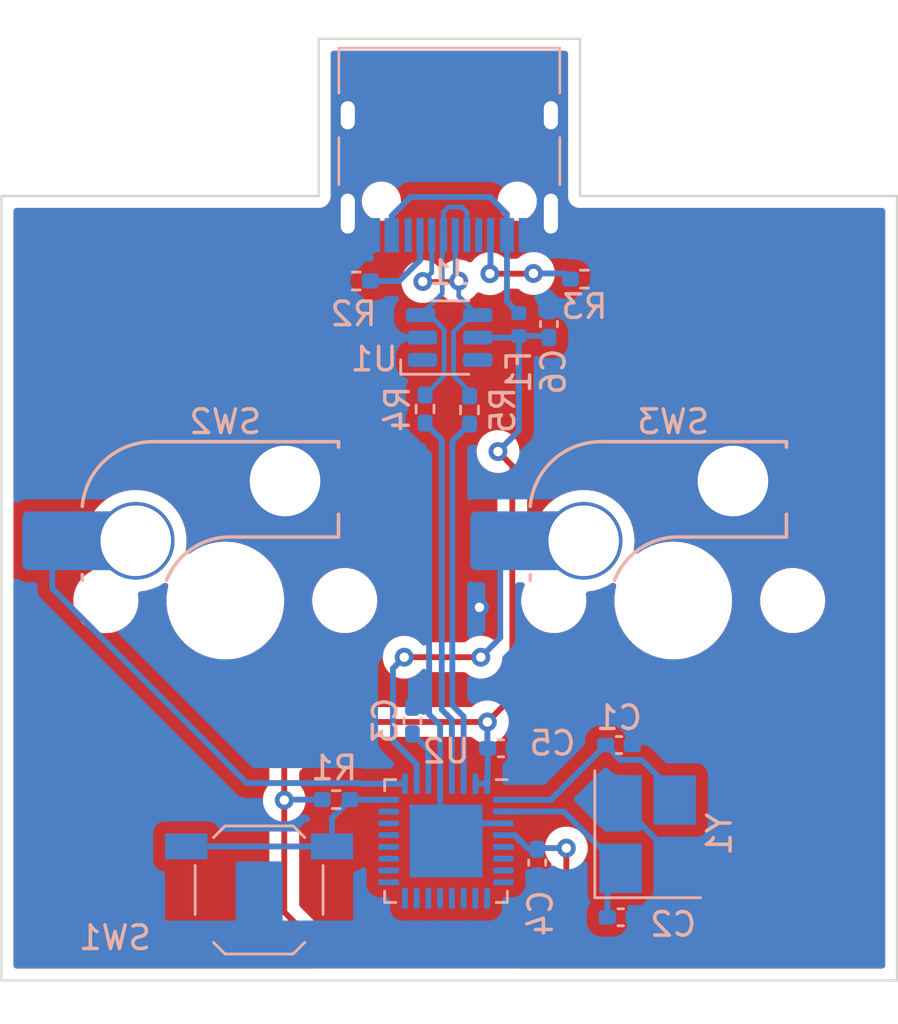
<source format=kicad_pcb>
(kicad_pcb (version 20211014) (generator pcbnew)
  (layers (0 "F.Cu" signal) (31 "B.Cu" signal) (34 "B.Paste" user) (35 "F.Paste" user) (36 "B.SilkS" user "B.Silkscreen") (37 "F.SilkS" user "F.Silkscreen") (38 "B.Mask" user) (39 "F.Mask" user) (44 "Edge.Cuts" user))
  (net 0 "")
  (net 1 "GND")
  (net 2 "XTAL1")
  (net 3 "XTAL2")
  (net 4 "Net-(C3-Pad2)")
  (net 5 "+5V")
  (net 6 "VCC")
  (net 7 "Net-(R1-Pad2)")
  (net 8 "Net-(J1-PadA5)")
  (net 9 "Net-(J1-PadB5)")
  (net 10 "D+")
  (net 11 "Net-(R4-Pad2)")
  (net 12 "D-")
  (net 13 "Net-(R5-Pad2)")
  (net 37 "COL0")
  (net 38 "COL1")
  (footprint "Resistor_SMD:R_0402_1005Metric_Pad0.72x0.64mm_HandSolder" (layer "B.Cu") (at 124.81 68.62)
    (fp_text reference "R3" (at 0 1.17) (layer "B.SilkS") (effects (justify mirror)))
    (fp_text value "5.1k")
    (fp_line (start -0.167621 -0.38) (end 0.167621 -0.38) (layer "B.SilkS") (width 0.12))
    (fp_line (start -0.167621 0.38) (end 0.167621 0.38) (layer "B.SilkS") (width 0.12))
    (pad "1" smd roundrect (at -0.5975 0) (size 0.715 0.64) (layers "B.Cu" "B.Paste" "B.Mask") (net 9 "Net-(J1-PadB5)"))
    (pad "2" smd roundrect (at 0.5975 0) (size 0.715 0.64) (layers "B.Cu" "B.Paste" "B.Mask") (net 1 "GND"))
  )
  (footprint "Resistor_SMD:R_0402_1005Metric_Pad0.72x0.64mm_HandSolder" (layer "B.Cu") (at 118.03 74.14 -90)
    (fp_text reference "R4" (at 0 1.17 90) (layer "B.SilkS") (effects (justify mirror)))
    (fp_text value "22")
    (fp_line (start -0.167621 0.38) (end 0.167621 0.38) (layer "B.SilkS") (width 0.12))
    (fp_line (start -0.167621 -0.38) (end 0.167621 -0.38) (layer "B.SilkS") (width 0.12))
    (pad "1" smd roundrect (at -0.5975 0 270) (size 0.715 0.64) (layers "B.Cu" "B.Paste" "B.Mask") (net 10 "D+"))
    (pad "2" smd roundrect (at 0.5975 0 270) (size 0.715 0.64) (layers "B.Cu" "B.Paste" "B.Mask") (net 11 "Net-(R4-Pad2)"))
  )
  (footprint "Resistor_SMD:R_0402_1005Metric_Pad0.72x0.64mm_HandSolder" (layer "B.Cu") (at 119.92 74.1825 -90)
    (fp_text reference "R5" (at 0 -1.42 90) (layer "B.SilkS") (effects (justify mirror)))
    (fp_text value "22")
    (fp_line (start -0.167621 -0.38) (end 0.167621 -0.38) (layer "B.SilkS") (width 0.12))
    (fp_line (start -0.167621 0.38) (end 0.167621 0.38) (layer "B.SilkS") (width 0.12))
    (pad "1" smd roundrect (at -0.5975 0 270) (size 0.715 0.64) (layers "B.Cu" "B.Paste" "B.Mask") (net 12 "D-"))
    (pad "2" smd roundrect (at 0.5975 0 270) (size 0.715 0.64) (layers "B.Cu" "B.Paste" "B.Mask") (net 13 "Net-(R5-Pad2)"))
  )
  (footprint "Button_Switch_SMD:SW_SPST_SKQG_WithStem" (layer "B.Cu") (at 110.97 94.58)
    (fp_text reference "SW1" (at -6.13 2.03) (layer "B.SilkS") (effects (justify mirror)))
    (fp_text value "SW_Push")
    (fp_line (start -1.45 -2.72) (end -1.94 -2.23) (layer "B.SilkS") (width 0.12))
    (fp_line (start -2.72 -1.04) (end -2.72 1.04) (layer "B.SilkS") (width 0.12))
    (fp_line (start 1.45 2.72) (end 1.94 2.23) (layer "B.SilkS") (width 0.12))
    (fp_line (start -1.45 -2.72) (end 1.45 -2.72) (layer "B.SilkS") (width 0.12))
    (fp_line (start -1.45 2.72) (end 1.45 2.72) (layer "B.SilkS") (width 0.12))
    (fp_line (start -1.45 2.72) (end -1.94 2.23) (layer "B.SilkS") (width 0.12))
    (fp_line (start 1.45 -2.72) (end 1.94 -2.23) (layer "B.SilkS") (width 0.12))
    (fp_line (start 2.72 -1.04) (end 2.72 1.04) (layer "B.SilkS") (width 0.12))
    (pad "1" smd rect (at -3.1 1.85) (size 1.8 1.1) (layers "B.Cu" "B.Paste" "B.Mask") (net 1 "GND"))
    (pad "1" smd rect (at 3.1 1.85) (size 1.8 1.1) (layers "B.Cu" "B.Paste" "B.Mask") (net 1 "GND"))
    (pad "2" smd rect (at 3.1 -1.85) (size 1.8 1.1) (layers "B.Cu" "B.Paste" "B.Mask") (net 7 "Net-(R1-Pad2)"))
    (pad "2" smd rect (at -3.1 -1.85) (size 1.8 1.1) (layers "B.Cu" "B.Paste" "B.Mask") (net 7 "Net-(R1-Pad2)"))
    (zone (net 0) (net_name "") (layer "B.Cu") (connect_pads (clearance 0)) (min_thickness 0.254)
      (keepout (tracks not_allowed) (vias not_allowed) (pads not_allowed) (copperpour not_allowed) (footprints not_allowed))
      (fill (thermal_gap 0.508) (thermal_bridge_width 0.508))
      (polygon (pts (xy 111.97 95.88) (xy 114.97 95.88) (xy 114.97 93.28) (xy 111.97 93.28)))
    )
    (zone (net 0) (net_name "") (layer "B.Cu") (connect_pads (clearance 0)) (min_thickness 0.254)
      (keepout (tracks not_allowed) (vias not_allowed) (pads not_allowed) (copperpour not_allowed) (footprints not_allowed))
      (fill (thermal_gap 0.508) (thermal_bridge_width 0.508))
      (polygon (pts (xy 106.97 95.88) (xy 109.97 95.88) (xy 109.97 93.28) (xy 106.97 93.28)))
    )
  )
  (footprint "Capacitor_SMD:C_0402_1005Metric_Pad0.74x0.62mm_HandSolder" (layer "B.Cu") (at 121.26 88.56)
    (fp_text reference "C5" (at 2.1925 -0.2125) (layer "B.SilkS") (effects (justify mirror)))
    (fp_text value "0.1uf")
    (fp_line (start -0.115835 0.36) (end 0.115835 0.36) (layer "B.SilkS") (width 0.12))
    (fp_line (start -0.115835 -0.36) (end 0.115835 -0.36) (layer "B.SilkS") (width 0.12))
    (pad "1" smd roundrect (at -0.5675 0) (size 0.735 0.62) (layers "B.Cu" "B.Paste" "B.Mask") (net 5 "+5V"))
    (pad "2" smd roundrect (at 0.5675 0) (size 0.735 0.62) (layers "B.Cu" "B.Paste" "B.Mask") (net 1 "GND"))
  )
  (footprint "Connector_USB:USB_C_Receptacle_HRO_TYPE-C-31-M-12" (layer "B.Cu") (at 119.0625 62.70625)
    (fp_text reference "J1" (at 0 5.645) (layer "B.SilkS") (effects (justify mirror)))
    (fp_text value "USB_C_Receptacle_USB2.0")
    (fp_line (start 4.7 1.9) (end 4.7 -0.1) (layer "B.SilkS") (width 0.12))
    (fp_line (start 4.7 -2) (end 4.7 -3.9) (layer "B.SilkS") (width 0.12))
    (fp_line (start -4.7 -2) (end -4.7 -3.9) (layer "B.SilkS") (width 0.12))
    (fp_line (start -4.7 1.9) (end -4.7 -0.1) (layer "B.SilkS") (width 0.12))
    (fp_line (start -4.7 -3.9) (end 4.7 -3.9) (layer "B.SilkS") (width 0.12))
    (pad "" np_thru_hole circle (at 2.89 2.6) (size 0.65 0.65) (drill 0.65) (layers *.Cu *.Mask))
    (pad "" np_thru_hole circle (at -2.89 2.6) (size 0.65 0.65) (drill 0.65) (layers *.Cu *.Mask))
    (pad "A1" smd rect (at -3.25 4.045) (size 0.6 1.45) (layers "B.Cu" "B.Paste" "B.Mask") (net 1 "GND"))
    (pad "A4" smd rect (at -2.45 4.045) (size 0.6 1.45) (layers "B.Cu" "B.Paste" "B.Mask") (net 6 "VCC"))
    (pad "A5" smd rect (at -1.25 4.045) (size 0.3 1.45) (layers "B.Cu" "B.Paste" "B.Mask") (net 8 "Net-(J1-PadA5)"))
    (pad "A6" smd rect (at -0.25 4.045) (size 0.3 1.45) (layers "B.Cu" "B.Paste" "B.Mask") (net 10 "D+"))
    (pad "A7" smd rect (at 0.25 4.045) (size 0.3 1.45) (layers "B.Cu" "B.Paste" "B.Mask") (net 12 "D-"))
    (pad "A8" smd rect (at 1.25 4.045) (size 0.3 1.45) (layers "B.Cu" "B.Paste" "B.Mask"))
    (pad "A9" smd rect (at 2.45 4.045) (size 0.6 1.45) (layers "B.Cu" "B.Paste" "B.Mask") (net 6 "VCC"))
    (pad "A12" smd rect (at 3.25 4.045) (size 0.6 1.45) (layers "B.Cu" "B.Paste" "B.Mask") (net 1 "GND"))
    (pad "B1" smd rect (at 3.25 4.045) (size 0.6 1.45) (layers "B.Cu" "B.Paste" "B.Mask") (net 1 "GND"))
    (pad "B4" smd rect (at 2.45 4.045) (size 0.6 1.45) (layers "B.Cu" "B.Paste" "B.Mask") (net 6 "VCC"))
    (pad "B5" smd rect (at 1.75 4.045) (size 0.3 1.45) (layers "B.Cu" "B.Paste" "B.Mask") (net 9 "Net-(J1-PadB5)"))
    (pad "B6" smd rect (at 0.75 4.045) (size 0.3 1.45) (layers "B.Cu" "B.Paste" "B.Mask") (net 10 "D+"))
    (pad "B7" smd rect (at -0.75 4.045) (size 0.3 1.45) (layers "B.Cu" "B.Paste" "B.Mask") (net 12 "D-"))
    (pad "B8" smd rect (at -1.75 4.045) (size 0.3 1.45) (layers "B.Cu" "B.Paste" "B.Mask"))
    (pad "B9" smd rect (at -2.45 4.045) (size 0.6 1.45) (layers "B.Cu" "B.Paste" "B.Mask") (net 6 "VCC"))
    (pad "B12" smd rect (at -3.25 4.045) (size 0.6 1.45) (layers "B.Cu" "B.Paste" "B.Mask") (net 1 "GND"))
    (pad "S1" thru_hole oval (at 4.32 3.13) (size 1 2.1) (drill oval 0.6 1.7) (layers *.Cu *.Mask) (net 1 "GND"))
    (pad "S1" thru_hole oval (at -4.32 -1.05) (size 1 1.6) (drill oval 0.6 1.2) (layers *.Cu *.Mask) (net 1 "GND"))
    (pad "S1" thru_hole oval (at 4.32 -1.05) (size 1 1.6) (drill oval 0.6 1.2) (layers *.Cu *.Mask) (net 1 "GND"))
    (pad "S1" thru_hole oval (at -4.32 3.13) (size 1 2.1) (drill oval 0.6 1.7) (layers *.Cu *.Mask) (net 1 "GND"))
  )
  (footprint "Package_DFN_QFN:QFN-32-1EP_5x5mm_P0.5mm_EP3.1x3.1mm" (layer "B.Cu") (at 118.92 92.5 180)
    (fp_text reference "U2" (at 0 3.82) (layer "B.SilkS") (effects (justify mirror)))
    (fp_text value "ATmega32U2-M")
    (fp_line (start 2.135 2.61) (end 2.61 2.61) (layer "B.SilkS") (width 0.12))
    (fp_line (start -2.135 2.61) (end -2.61 2.61) (layer "B.SilkS") (width 0.12))
    (fp_line (start -2.135 -2.61) (end -2.61 -2.61) (layer "B.SilkS") (width 0.12))
    (fp_line (start 2.61 -2.61) (end 2.61 -2.135) (layer "B.SilkS") (width 0.12))
    (fp_line (start 2.61 2.61) (end 2.61 2.135) (layer "B.SilkS") (width 0.12))
    (fp_line (start 2.135 -2.61) (end 2.61 -2.61) (layer "B.SilkS") (width 0.12))
    (fp_line (start -2.61 -2.61) (end -2.61 -2.135) (layer "B.SilkS") (width 0.12))
    (pad "1" smd roundrect (at -2.4375 1.75 180) (size 0.875 0.25) (layers "B.Cu" "B.Paste" "B.Mask") (net 2 "XTAL1"))
    (pad "2" smd roundrect (at -2.4375 1.25 180) (size 0.875 0.25) (layers "B.Cu" "B.Paste" "B.Mask") (net 3 "XTAL2"))
    (pad "3" smd roundrect (at -2.4375 0.75 180) (size 0.875 0.25) (layers "B.Cu" "B.Paste" "B.Mask") (net 1 "GND"))
    (pad "4" smd roundrect (at -2.4375 0.25 180) (size 0.875 0.25) (layers "B.Cu" "B.Paste" "B.Mask") (net 5 "+5V"))
    (pad "5" smd roundrect (at -2.4375 -0.25 180) (size 0.875 0.25) (layers "B.Cu" "B.Paste" "B.Mask"))
    (pad "6" smd roundrect (at -2.4375 -0.75 180) (size 0.875 0.25) (layers "B.Cu" "B.Paste" "B.Mask"))
    (pad "7" smd roundrect (at -2.4375 -1.25 180) (size 0.875 0.25) (layers "B.Cu" "B.Paste" "B.Mask"))
    (pad "8" smd roundrect (at -2.4375 -1.75 180) (size 0.875 0.25) (layers "B.Cu" "B.Paste" "B.Mask"))
    (pad "9" smd roundrect (at -1.75 -2.4375 180) (size 0.25 0.875) (layers "B.Cu" "B.Paste" "B.Mask"))
    (pad "10" smd roundrect (at -1.25 -2.4375 180) (size 0.25 0.875) (layers "B.Cu" "B.Paste" "B.Mask"))
    (pad "11" smd roundrect (at -0.75 -2.4375 180) (size 0.25 0.875) (layers "B.Cu" "B.Paste" "B.Mask"))
    (pad "12" smd roundrect (at -0.25 -2.4375 180) (size 0.25 0.875) (layers "B.Cu" "B.Paste" "B.Mask"))
    (pad "13" smd roundrect (at 0.25 -2.4375 180) (size 0.25 0.875) (layers "B.Cu" "B.Paste" "B.Mask"))
    (pad "14" smd roundrect (at 0.75 -2.4375 180) (size 0.25 0.875) (layers "B.Cu" "B.Paste" "B.Mask"))
    (pad "15" smd roundrect (at 1.25 -2.4375 180) (size 0.25 0.875) (layers "B.Cu" "B.Paste" "B.Mask"))
    (pad "16" smd roundrect (at 1.75 -2.4375 180) (size 0.25 0.875) (layers "B.Cu" "B.Paste" "B.Mask"))
    (pad "17" smd roundrect (at 2.4375 -1.75 180) (size 0.875 0.25) (layers "B.Cu" "B.Paste" "B.Mask"))
    (pad "18" smd roundrect (at 2.4375 -1.25 180) (size 0.875 0.25) (layers "B.Cu" "B.Paste" "B.Mask"))
    (pad "19" smd roundrect (at 2.4375 -0.75 180) (size 0.875 0.25) (layers "B.Cu" "B.Paste" "B.Mask"))
    (pad "20" smd roundrect (at 2.4375 -0.25 180) (size 0.875 0.25) (layers "B.Cu" "B.Paste" "B.Mask"))
    (pad "21" smd roundrect (at 2.4375 0.25 180) (size 0.875 0.25) (layers "B.Cu" "B.Paste" "B.Mask"))
    (pad "22" smd roundrect (at 2.4375 0.75 180) (size 0.875 0.25) (layers "B.Cu" "B.Paste" "B.Mask"))
    (pad "23" smd roundrect (at 2.4375 1.25 180) (size 0.875 0.25) (layers "B.Cu" "B.Paste" "B.Mask"))
    (pad "24" smd roundrect (at 2.4375 1.75 180) (size 0.875 0.25) (layers "B.Cu" "B.Paste" "B.Mask") (net 7 "Net-(R1-Pad2)"))
    (pad "25" smd roundrect (at 1.75 2.4375 180) (size 0.25 0.875) (layers "B.Cu" "B.Paste" "B.Mask") (net 37 "COL0"))
    (pad "26" smd roundrect (at 1.25 2.4375 180) (size 0.25 0.875) (layers "B.Cu" "B.Paste" "B.Mask") (net 38 "COL1"))
    (pad "27" smd roundrect (at 0.75 2.4375 180) (size 0.25 0.875) (layers "B.Cu" "B.Paste" "B.Mask") (net 4 "Net-(C3-Pad2)"))
    (pad "28" smd roundrect (at 0.25 2.4375 180) (size 0.25 0.875) (layers "B.Cu" "B.Paste" "B.Mask") (net 1 "GND"))
    (pad "29" smd roundrect (at -0.25 2.4375 180) (size 0.25 0.875) (layers "B.Cu" "B.Paste" "B.Mask") (net 11 "Net-(R4-Pad2)"))
    (pad "30" smd roundrect (at -0.75 2.4375 180) (size 0.25 0.875) (layers "B.Cu" "B.Paste" "B.Mask") (net 13 "Net-(R5-Pad2)"))
    (pad "31" smd roundrect (at -1.25 2.4375 180) (size 0.25 0.875) (layers "B.Cu" "B.Paste" "B.Mask") (net 5 "+5V"))
    (pad "32" smd roundrect (at -1.75 2.4375 180) (size 0.25 0.875) (layers "B.Cu" "B.Paste" "B.Mask") (net 5 "+5V"))
    (pad "33" smd rect (at 0 0 180) (size 3.1 3.1) (layers "B.Cu" "B.Mask") (net 1 "GND"))
  )
  (footprint "Capacitor_SMD:C_0402_1005Metric_Pad0.74x0.62mm_HandSolder" (layer "B.Cu") (at 117.4925 87.38 -90)
    (fp_text reference "C3" (at 0 1.16 90) (layer "B.SilkS") (effects (justify mirror)))
    (fp_text value "1uF")
    (fp_line (start -0.115835 0.36) (end 0.115835 0.36) (layer "B.SilkS") (width 0.12))
    (fp_line (start -0.115835 -0.36) (end 0.115835 -0.36) (layer "B.SilkS") (width 0.12))
    (pad "1" smd roundrect (at -0.5675 0 270) (size 0.735 0.62) (layers "B.Cu" "B.Paste" "B.Mask") (net 1 "GND"))
    (pad "2" smd roundrect (at 0.5675 0 270) (size 0.735 0.62) (layers "B.Cu" "B.Paste" "B.Mask") (net 4 "Net-(C3-Pad2)"))
  )
  (footprint "marbastlib-mx:SW_MX_HS_1u" (layer "B.Cu") (at 128.5875 82.28 180)
    (fp_text reference "SW3" (at 0 7.6) (layer "B.SilkS") (effects (justify mirror)))
    (fp_text value "MX_SW_HS" hide)
    (fp_line (start 6.085 1.1) (end 6.085 0.86) (layer "B.SilkS") (width 0.15))
    (fp_line (start -4.815 3.67) (end -4.815 2.7) (layer "B.SilkS") (width 0.15))
    (fp_line (start -4.815 6.75) (end -4.815 6.52) (layer "B.SilkS") (width 0.15))
    (fp_line (start 3.085 6.75) (end -4.815 6.75) (layer "B.SilkS") (width 0.15))
    (fp_line (start -4.815 2.7) (end -0.2 2.7) (layer "B.SilkS") (width 0.15))
    (fp_arc (start 6.085 4) (mid 5.11985 5.958473) (end 3.085 6.75) (layer "B.SilkS") (width 0.15))
    (fp_arc (start 2.500062 0.858143) (mid 1.434225 2.195685) (end -0.2 2.7) (layer "B.SilkS") (width 0.15))
    (pad "" np_thru_hole circle (at 0 0 180) (size 3.9878 3.9878) (drill 3.9878) (layers *.Cu *.Mask))
    (pad "" np_thru_hole circle (at 5.08 0 180) (size 1.75 1.75) (drill 1.75) (layers *.Cu *.Mask))
    (pad "" np_thru_hole circle (at -5.08 0 180) (size 1.75 1.75) (drill 1.75) (layers *.Cu *.Mask))
    (pad "1" smd rect (at 5.635 2.54) (size 1.65 2.5) (layers "B.Cu") (net 38 "COL1"))
    (pad "1" thru_hole circle (at 3.81 2.54 180) (size 3.3 3.3) (drill 3) (layers *.Cu) (net 38 "COL1"))
    (pad "1" smd roundrect (at 7.36 2.54 180) (size 2.55 2.5) (layers "B.Cu" "B.Paste" "B.Mask") (roundrect_rratio 0.1) (net 38 "COL1"))
    (pad "2" smd rect (at -4.34 5.08 180) (size 1.65 2.5) (layers "B.Cu") (net 1 "GND"))
    (pad "2" smd roundrect (at -6.09 5.08 180) (size 2.55 2.5) (layers "B.Cu" "B.Paste" "B.Mask") (roundrect_rratio 0.1) (net 1 "GND"))
    (pad "2" thru_hole circle (at -2.54 5.08 180) (size 3.3 3.3) (drill 3) (layers *.Cu) (net 1 "GND"))
  )
  (footprint "Resistor_SMD:R_0402_1005Metric_Pad0.72x0.64mm_HandSolder" (layer "B.Cu") (at 114.25 90.74)
    (fp_text reference "R1" (at -0.0875 -1.3425) (layer "B.SilkS") (effects (justify mirror)))
    (fp_text value "10k")
    (fp_line (start -0.167621 0.38) (end 0.167621 0.38) (layer "B.SilkS") (width 0.12))
    (fp_line (start -0.167621 -0.38) (end 0.167621 -0.38) (layer "B.SilkS") (width 0.12))
    (pad "1" smd roundrect (at -0.5975 0) (size 0.715 0.64) (layers "B.Cu" "B.Paste" "B.Mask") (net 5 "+5V"))
    (pad "2" smd roundrect (at 0.5975 0) (size 0.715 0.64) (layers "B.Cu" "B.Paste" "B.Mask") (net 7 "Net-(R1-Pad2)"))
  )
  (footprint "Capacitor_SMD:C_0402_1005Metric_Pad0.74x0.62mm_HandSolder" (layer "B.Cu") (at 126.28 88.42 180)
    (fp_text reference "C1" (at 0 1.16) (layer "B.SilkS") (effects (justify mirror)))
    (fp_text value "C_Small")
    (fp_line (start -0.115835 -0.36) (end 0.115835 -0.36) (layer "B.SilkS") (width 0.12))
    (fp_line (start -0.115835 0.36) (end 0.115835 0.36) (layer "B.SilkS") (width 0.12))
    (pad "1" smd roundrect (at -0.5675 0 180) (size 0.735 0.62) (layers "B.Cu" "B.Paste" "B.Mask") (net 1 "GND"))
    (pad "2" smd roundrect (at 0.5675 0 180) (size 0.735 0.62) (layers "B.Cu" "B.Paste" "B.Mask") (net 2 "XTAL1"))
  )
  (footprint "Capacitor_SMD:C_0402_1005Metric_Pad0.74x0.62mm_HandSolder" (layer "B.Cu") (at 123.3 70.5325 90)
    (fp_text reference "C6" (at -2.0175 0.19 90) (layer "B.SilkS") (effects (justify mirror)))
    (fp_text value "10uF")
    (fp_line (start -0.115835 0.36) (end 0.115835 0.36) (layer "B.SilkS") (width 0.12))
    (fp_line (start -0.115835 -0.36) (end 0.115835 -0.36) (layer "B.SilkS") (width 0.12))
    (pad "1" smd roundrect (at -0.5675 0 90) (size 0.735 0.62) (layers "B.Cu" "B.Paste" "B.Mask") (net 5 "+5V"))
    (pad "2" smd roundrect (at 0.5675 0 90) (size 0.735 0.62) (layers "B.Cu" "B.Paste" "B.Mask") (net 1 "GND"))
  )
  (footprint "Resistor_SMD:R_0402_1005Metric_Pad0.72x0.64mm_HandSolder" (layer "B.Cu") (at 115.1025 68.7 180)
    (fp_text reference "R2" (at 0.1125 -1.4) (layer "B.SilkS") (effects (justify mirror)))
    (fp_text value "5.1k")
    (fp_line (start -0.167621 0.38) (end 0.167621 0.38) (layer "B.SilkS") (width 0.12))
    (fp_line (start -0.167621 -0.38) (end 0.167621 -0.38) (layer "B.SilkS") (width 0.12))
    (pad "1" smd roundrect (at -0.5975 0 180) (size 0.715 0.64) (layers "B.Cu" "B.Paste" "B.Mask") (net 8 "Net-(J1-PadA5)"))
    (pad "2" smd roundrect (at 0.5975 0 180) (size 0.715 0.64) (layers "B.Cu" "B.Paste" "B.Mask") (net 1 "GND"))
  )
  (footprint "Capacitor_SMD:C_0402_1005Metric_Pad0.74x0.62mm_HandSolder" (layer "B.Cu") (at 122.8 93.4175 -90)
    (fp_text reference "C4" (at 2.15 -0.1425 90) (layer "B.SilkS") (effects (justify mirror)))
    (fp_text value "0.1uf")
    (fp_line (start -0.115835 0.36) (end 0.115835 0.36) (layer "B.SilkS") (width 0.12))
    (fp_line (start -0.115835 -0.36) (end 0.115835 -0.36) (layer "B.SilkS") (width 0.12))
    (pad "1" smd roundrect (at -0.5675 0 270) (size 0.735 0.62) (layers "B.Cu" "B.Paste" "B.Mask") (net 5 "+5V"))
    (pad "2" smd roundrect (at 0.5675 0 270) (size 0.735 0.62) (layers "B.Cu" "B.Paste" "B.Mask") (net 1 "GND"))
  )
  (footprint "marbastlib-mx:SW_MX_HS_1u" (layer "B.Cu") (at 109.53238 82.28 180)
    (fp_text reference "SW2" (at 0 7.6) (layer "B.SilkS") (effects (justify mirror)))
    (fp_text value "MX_SW_HS" hide)
    (fp_line (start -4.815 3.67) (end -4.815 2.7) (layer "B.SilkS") (width 0.15))
    (fp_line (start 6.085 1.1) (end 6.085 0.86) (layer "B.SilkS") (width 0.15))
    (fp_line (start -4.815 2.7) (end -0.2 2.7) (layer "B.SilkS") (width 0.15))
    (fp_line (start -4.815 6.75) (end -4.815 6.52) (layer "B.SilkS") (width 0.15))
    (fp_line (start 3.085 6.75) (end -4.815 6.75) (layer "B.SilkS") (width 0.15))
    (fp_arc (start 6.085 4) (mid 5.11985 5.958473) (end 3.085 6.75) (layer "B.SilkS") (width 0.15))
    (fp_arc (start 2.500062 0.858143) (mid 1.434225 2.195685) (end -0.2 2.7) (layer "B.SilkS") (width 0.15))
    (pad "" np_thru_hole circle (at 5.08 0 180) (size 1.75 1.75) (drill 1.75) (layers *.Cu *.Mask))
    (pad "" np_thru_hole circle (at -5.08 0 180) (size 1.75 1.75) (drill 1.75) (layers *.Cu *.Mask))
    (pad "" np_thru_hole circle (at 0 0 180) (size 3.9878 3.9878) (drill 3.9878) (layers *.Cu *.Mask))
    (pad "1" smd roundrect (at 7.36 2.54 180) (size 2.55 2.5) (layers "B.Cu" "B.Paste" "B.Mask") (roundrect_rratio 0.1) (net 37 "COL0"))
    (pad "1" thru_hole circle (at 3.81 2.54 180) (size 3.3 3.3) (drill 3) (layers *.Cu) (net 37 "COL0"))
    (pad "1" smd rect (at 5.635 2.54) (size 1.65 2.5) (layers "B.Cu") (net 37 "COL0"))
    (pad "2" smd rect (at -4.34 5.08 180) (size 1.65 2.5) (layers "B.Cu") (net 1 "GND"))
    (pad "2" thru_hole circle (at -2.54 5.08 180) (size 3.3 3.3) (drill 3) (layers *.Cu) (net 1 "GND"))
    (pad "2" smd roundrect (at -6.09 5.08 180) (size 2.55 2.5) (layers "B.Cu" "B.Paste" "B.Mask") (roundrect_rratio 0.1) (net 1 "GND"))
  )
  (footprint "Capacitor_SMD:C_0402_1005Metric_Pad0.74x0.62mm_HandSolder" (layer "B.Cu") (at 126.3525 95.74 180)
    (fp_text reference "C2" (at -2.235 -0.30375) (layer "B.SilkS") (effects (justify mirror)))
    (fp_text value "C_Small")
    (fp_line (start -0.115835 0.36) (end 0.115835 0.36) (layer "B.SilkS") (width 0.12))
    (fp_line (start -0.115835 -0.36) (end 0.115835 -0.36) (layer "B.SilkS") (width 0.12))
    (pad "1" smd roundrect (at -0.5675 0 180) (size 0.735 0.62) (layers "B.Cu" "B.Paste" "B.Mask") (net 1 "GND"))
    (pad "2" smd roundrect (at 0.5675 0 180) (size 0.735 0.62) (layers "B.Cu" "B.Paste" "B.Mask") (net 3 "XTAL2"))
  )
  (footprint "Crystal:Crystal_SMD_3225-4Pin_3.2x2.5mm_HandSoldering" (layer "B.Cu") (at 127.5 92.21 90)
    (fp_text reference "Y1" (at 0 3.05 90) (layer "B.SilkS") (effects (justify mirror)))
    (fp_text value "Crystal_GND24_Small")
    (fp_line (start -2.7 2.25) (end -2.7 -2.25) (layer "B.SilkS") (width 0.12))
    (fp_line (start -2.7 -2.25) (end 2.7 -2.25) (layer "B.SilkS") (width 0.12))
    (pad "1" smd rect (at -1.45 -1.15 90) (size 2.1 1.8) (layers "B.Cu" "B.Paste" "B.Mask") (net 3 "XTAL2"))
    (pad "2" smd rect (at 1.45 -1.15 90) (size 2.1 1.8) (layers "B.Cu" "B.Paste" "B.Mask") (net 1 "GND"))
    (pad "3" smd rect (at 1.45 1.15 90) (size 2.1 1.8) (layers "B.Cu" "B.Paste" "B.Mask") (net 2 "XTAL1"))
    (pad "4" smd rect (at -1.45 1.15 90) (size 2.1 1.8) (layers "B.Cu" "B.Paste" "B.Mask") (net 1 "GND"))
  )
  (footprint "Fuse:Fuse_0402_1005Metric" (layer "B.Cu") (at 122.02 70.5525 90)
    (fp_text reference "F1" (at -1.9975 0 90) (layer "B.SilkS") (effects (justify mirror)))
    (fp_text value "500mA")
    (pad "1" smd roundrect (at -0.485 0 90) (size 0.59 0.64) (layers "B.Cu" "B.Paste" "B.Mask") (net 5 "+5V"))
    (pad "2" smd roundrect (at 0.485 0 90) (size 0.59 0.64) (layers "B.Cu" "B.Paste" "B.Mask") (net 6 "VCC"))
  )
  (footprint "marbastlib-various:SOT-23-6-routable" (layer "B.Cu") (at 119.0925 71.1025)
    (fp_text reference "U1" (at -3.23 0.915) (layer "B.SilkS") (effects (justify mirror)))
    (fp_text value "SRV05-4")
    (fp_line (start -2.1 1.56) (end 0.8 1.56) (layer "B.SilkS") (width 0.12))
    (fp_line (start -2.1 0.95) (end -2.1 1.56) (layer "B.SilkS") (width 0.12))
    (fp_line (start 0 -1.56) (end 0.8 -1.56) (layer "B.SilkS") (width 0.12))
    (fp_line (start 0 -1.56) (end -0.8 -1.56) (layer "B.SilkS") (width 0.12))
    (pad "1" smd roundrect (at -1.175 0.95) (size 1.25 0.6) (layers "B.Cu" "B.Paste" "B.Mask"))
    (pad "2" smd roundrect (at -1.175 0) (size 1.25 0.6) (layers "B.Cu" "B.Paste" "B.Mask") (net 1 "GND"))
    (pad "3" smd roundrect (at -1.25 -0.95) (size 1.25 0.6) (layers "B.Cu" "B.Paste" "B.Mask") (net 10 "D+"))
    (pad "4" smd roundrect (at 1.175 -0.95) (size 1.25 0.6) (layers "B.Cu" "B.Paste" "B.Mask") (net 12 "D-"))
    (pad "5" smd roundrect (at 1.175 0) (size 1.25 0.6) (layers "B.Cu" "B.Paste" "B.Mask") (net 5 "+5V"))
    (pad "6" smd roundrect (at 1.175 0.95) (size 1.25 0.6) (layers "B.Cu" "B.Paste" "B.Mask"))
  )
  (gr_line (start 100.0125 65.0875) (end 113.50625 65.0875) (layer "Edge.Cuts") (width 0.1))
  (gr_line (start 138.1125 98.425) (end 100.0125 98.425) (layer "Edge.Cuts") (width 0.1))
  (gr_line (start 124.61875 58.4075) (end 124.61875 65.0875) (layer "Edge.Cuts") (width 0.1))
  (gr_line (start 113.50625 58.4075) (end 124.61875 58.4075) (layer "Edge.Cuts") (width 0.1))
  (gr_line (start 100.0125 65.0875) (end 100.0125 98.425) (layer "Edge.Cuts") (width 0.1))
  (gr_line (start 138.1125 65.0875) (end 138.1125 98.425) (layer "Edge.Cuts") (width 0.1))
  (gr_line (start 113.50625 65.0875) (end 113.50625 58.4075) (layer "Edge.Cuts") (width 0.1))
  (gr_line (start 124.61875 65.0875) (end 138.1125 65.0875) (layer "Edge.Cuts") (width 0.1))
  (via (at 120.3425 82.5675) (size 0.8) (drill 0.4) (layers "F.Cu" "B.Cu") (net 1))
  (segment (start 126.92 96.29) (end 126.92 95.74) (width 0.25) (layer "B.Cu") (net 1))
  (segment (start 126.35 90.27) (end 126.35 90.76) (width 0.25) (layer "B.Cu") (net 1))
  (segment (start 107.87 96.43) (end 114.07 96.43) (width 0.25) (layer "B.Cu") (net 1))
  (segment (start 122.8 95.68) (end 123.94 96.82) (width 0.25) (layer "B.Cu") (net 1))
  (segment (start 114.505 72.38) (end 114.505 68.7) (width 0.25) (layer "B.Cu") (net 1))
  (segment (start 128.65 94.01) (end 128.65 93.66) (width 0.25) (layer "B.Cu") (net 1))
  (segment (start 114.8975 65.83625) (end 115.8125 66.75125) (width 0.25) (layer "B.Cu") (net 1))
  (segment (start 114.7425 61.65625) (end 114.7425 65.83625) (width 0.25) (layer "B.Cu") (net 1))
  (segment (start 115.8125 67.3925) (end 114.505 68.7) (width 0.25) (layer "B.Cu") (net 1))
  (segment (start 123.3825 61.65625) (end 114.7425 61.65625) (width 0.25) (layer "B.Cu") (net 1))
  (segment (start 118.67 90.0625) (end 118.67 87.579357) (width 0.25) (layer "B.Cu") (net 1))
  (segment (start 123.94 96.82) (end 126.39 96.82) (width 0.25) (layer "B.Cu") (net 1))
  (segment (start 128.65 93.21) (end 128.65 93.66) (width 0.25) (layer "B.Cu") (net 1))
  (segment (start 118.92 92.5) (end 118.67 92.25) (width 0.25) (layer "B.Cu") (net 1))
  (segment (start 114.7425 65.83625) (end 114.8975 65.83625) (width 0.25) (layer "B.Cu") (net 1))
  (segment (start 116.9075 71.1025) (end 114.505 68.7) (width 0.25) (layer "B.Cu") (net 1))
  (segment (start 126.39 96.82) (end 126.92 96.29) (width 0.25) (layer "B.Cu") (net 1))
  (segment (start 118.67 87.579357) (end 118.2025 87.111857) (width 0.25) (layer "B.Cu") (net 1))
  (segment (start 117.9175 71.1025) (end 116.9075 71.1025) (width 0.25) (layer "B.Cu") (net 1))
  (segment (start 115.8125 66.75125) (end 115.8125 67.3925) (width 0.25) (layer "B.Cu") (net 1))
  (segment (start 126.92 95.74) (end 128.65 94.01) (width 0.25) (layer "B.Cu") (net 1))
  (segment (start 126.35 90.91) (end 128.65 93.21) (width 0.25) (layer "B.Cu") (net 1))
  (segment (start 123.3825 65.83625) (end 123.3825 61.65625) (width 0.25) (layer "B.Cu") (net 1))
  (segment (start 118.2025 87.111857) (end 118.2025 76.0775) (width 0.25) (layer "B.Cu") (net 1))
  (segment (start 118.92 92.5) (end 119.67 91.75) (width 0.25) (layer "B.Cu") (net 1))
  (segment (start 118.67 92.25) (end 118.67 90.0625) (width 0.25) (layer "B.Cu") (net 1))
  (segment (start 124.0625 69.965) (end 125.4075 68.62) (width 0.25) (layer "B.Cu") (net 1))
  (segment (start 118.2025 76.0775) (end 114.505 72.38) (width 0.25) (layer "B.Cu") (net 1))
  (segment (start 123.3 69.965) (end 124.0625 69.965) (width 0.25) (layer "B.Cu") (net 1))
  (segment (start 126.35 90.76) (end 126.35 90.91) (width 0.25) (layer "B.Cu") (net 1))
  (segment (start 119.67 91.75) (end 121.3575 91.75) (width 0.25) (layer "B.Cu") (net 1))
  (segment (start 122.3125 66.75125) (end 122.4675 66.75125) (width 0.25) (layer "B.Cu") (net 1))
  (segment (start 122.4675 66.75125) (end 123.3825 65.83625) (width 0.25) (layer "B.Cu") (net 1))
  (segment (start 122.8 93.985) (end 122.8 95.68) (width 0.25) (layer "B.Cu") (net 1))
  (segment (start 128.65 90.460978) (end 127.243542 89.05452) (width 0.25) (layer "B.Cu") (net 2))
  (segment (start 125.7125 88.42) (end 123.86625 90.26625) (width 0.25) (layer "B.Cu") (net 2))
  (segment (start 121.3575 90.75) (end 123.3825 90.75) (width 0.25) (layer "B.Cu") (net 2))
  (segment (start 123.3825 90.75) (end 123.86625 90.26625) (width 0.25) (layer "B.Cu") (net 2))
  (segment (start 127.243542 89.05452) (end 126.34702 89.05452) (width 0.25) (layer "B.Cu") (net 2))
  (segment (start 126.34702 89.05452) (end 125.7125 88.42) (width 0.25) (layer "B.Cu") (net 2))
  (segment (start 128.65 90.76) (end 128.65 90.460978) (width 0.25) (layer "B.Cu") (net 2))
  (segment (start 125.785 95.74) (end 125.785 94.225) (width 0.25) (layer "B.Cu") (net 3))
  (segment (start 123.94 91.25) (end 121.3575 91.25) (width 0.25) (layer "B.Cu") (net 3))
  (segment (start 126.35 93.66) (end 123.94 91.25) (width 0.25) (layer "B.Cu") (net 3))
  (segment (start 125.785 94.225) (end 126.35 93.66) (width 0.25) (layer "B.Cu") (net 3))
  (segment (start 117.4925 87.9475) (end 118.17 88.625) (width 0.25) (layer "B.Cu") (net 4))
  (segment (start 118.17 88.625) (end 118.17 90.0625) (width 0.25) (layer "B.Cu") (net 4))
  (segment (start 121.56 97.18) (end 124.04 94.7) (width 0.25) (layer "F.Cu") (net 5))
  (segment (start 121.7425 76.5575) (end 121.1325 75.9475) (width 0.25) (layer "F.Cu") (net 5))
  (segment (start 120.68 87.44) (end 121.7425 86.3775) (width 0.25) (layer "F.Cu") (net 5))
  (segment (start 124.04 94.7) (end 124.04 92.8) (width 0.25) (layer "F.Cu") (net 5))
  (segment (start 112.04 89.29) (end 112.04 90.76) (width 0.25) (layer "F.Cu") (net 5))
  (segment (start 113.89 87.44) (end 112.04 89.29) (width 0.25) (layer "F.Cu") (net 5))
  (segment (start 113.7 97.18) (end 121.56 97.18) (width 0.25) (layer "F.Cu") (net 5))
  (segment (start 121.7425 86.3775) (end 121.7425 76.5575) (width 0.25) (layer "F.Cu") (net 5))
  (segment (start 112.04 90.76) (end 112.04 95.52) (width 0.25) (layer "F.Cu") (net 5))
  (segment (start 112.04 95.52) (end 113.7 97.18) (width 0.25) (layer "F.Cu") (net 5))
  (segment (start 120.68 87.44) (end 113.89 87.44) (width 0.25) (layer "F.Cu") (net 5))
  (via (at 121.1325 75.9475) (size 0.8) (drill 0.4) (layers "F.Cu" "B.Cu") (net 5))
  (via (at 124.04 92.8) (size 0.8) (drill 0.4) (layers "F.Cu" "B.Cu") (net 5))
  (via (at 120.68 87.44) (size 0.8) (drill 0.4) (layers "F.Cu" "B.Cu") (net 5))
  (via (at 112.04 90.76) (size 0.8) (drill 0.4) (layers "F.Cu" "B.Cu") (net 5))
  (segment (start 121.955 71.1025) (end 122.02 71.0375) (width 0.25) (layer "B.Cu") (net 5))
  (segment (start 122.85 92.8) (end 122.8 92.85) (width 0.25) (layer "B.Cu") (net 5))
  (segment (start 121.842328 92.25) (end 121.3575 92.25) (width 0.25) (layer "B.Cu") (net 5))
  (segment (start 122.442328 92.85) (end 121.842328 92.25) (width 0.25) (layer "B.Cu") (net 5))
  (segment (start 120.6925 88.56) (end 120.6925 90.04) (width 0.25) (layer "B.Cu") (net 5))
  (segment (start 122.02 71.0375) (end 123.2375 71.0375) (width 0.25) (layer "B.Cu") (net 5))
  (segment (start 123.2375 71.0375) (end 123.3 71.1) (width 0.25) (layer "B.Cu") (net 5))
  (segment (start 122.8 92.85) (end 122.442328 92.85) (width 0.25) (layer "B.Cu") (net 5))
  (segment (start 122.02 71.0375) (end 122.02 75.06) (width 0.25) (layer "B.Cu") (net 5))
  (segment (start 122.02 75.06) (end 121.1325 75.9475) (width 0.25) (layer "B.Cu") (net 5))
  (segment (start 120.68 88.5475) (end 120.6925 88.56) (width 0.25) (layer "B.Cu") (net 5))
  (segment (start 120.17 90.0625) (end 120.67 90.0625) (width 0.25) (layer "B.Cu") (net 5))
  (segment (start 124.04 92.8) (end 122.85 92.8) (width 0.25) (layer "B.Cu") (net 5))
  (segment (start 113.6525 90.74) (end 112.06 90.74) (width 0.25) (layer "B.Cu") (net 5))
  (segment (start 112.06 90.74) (end 112.04 90.76) (width 0.25) (layer "B.Cu") (net 5))
  (segment (start 120.68 87.44) (end 120.68 88.5475) (width 0.25) (layer "B.Cu") (net 5))
  (segment (start 120.2675 71.1025) (end 121.955 71.1025) (width 0.25) (layer "B.Cu") (net 5))
  (segment (start 121.5125 69.56) (end 121.5125 66.75125) (width 0.25) (layer "B.Cu") (net 6))
  (segment (start 117.409728 65.13) (end 120.786977 65.13) (width 0.25) (layer "B.Cu") (net 6))
  (segment (start 121.5125 65.855523) (end 121.5125 66.75125) (width 0.25) (layer "B.Cu") (net 6))
  (segment (start 120.786977 65.13) (end 121.5125 65.855523) (width 0.25) (layer "B.Cu") (net 6))
  (segment (start 122.02 70.0675) (end 121.5125 69.56) (width 0.25) (layer "B.Cu") (net 6))
  (segment (start 116.6125 66.75125) (end 116.6125 65.927228) (width 0.25) (layer "B.Cu") (net 6))
  (segment (start 116.6125 65.927228) (end 117.409728 65.13) (width 0.25) (layer "B.Cu") (net 6))
  (segment (start 114.07 92.73) (end 114.07 91.5175) (width 0.25) (layer "B.Cu") (net 7))
  (segment (start 107.87 92.73) (end 114.07 92.73) (width 0.25) (layer "B.Cu") (net 7))
  (segment (start 116.4725 90.74) (end 116.4825 90.75) (width 0.25) (layer "B.Cu") (net 7))
  (segment (start 114.8475 90.74) (end 116.4725 90.74) (width 0.25) (layer "B.Cu") (net 7))
  (segment (start 114.07 91.5175) (end 114.8475 90.74) (width 0.25) (layer "B.Cu") (net 7))
  (segment (start 116.93 68.7) (end 117.8125 67.8175) (width 0.25) (layer "B.Cu") (net 8))
  (segment (start 115.7 68.7) (end 116.93 68.7) (width 0.25) (layer "B.Cu") (net 8))
  (segment (start 117.8125 67.8175) (end 117.8125 66.75125) (width 0.25) (layer "B.Cu") (net 8))
  (segment (start 120.788 68.39) (end 122.63 68.39) (width 0.25) (layer "F.Cu") (net 9))
  (segment (start 122.63 68.39) (end 122.64 68.38) (width 0.25) (layer "F.Cu") (net 9))
  (via (at 122.64 68.38) (size 0.8) (drill 0.4) (layers "F.Cu" "B.Cu") (net 9))
  (via (at 120.788 68.39) (size 0.8) (drill 0.4) (layers "F.Cu" "B.Cu") (net 9))
  (segment (start 120.8125 66.75125) (end 120.8125 68.3655) (width 0.25) (layer "B.Cu") (net 9))
  (segment (start 122.64 68.38) (end 123.9725 68.38) (width 0.25) (layer "B.Cu") (net 9))
  (segment (start 120.8125 68.3655) (end 120.788 68.39) (width 0.25) (layer "B.Cu") (net 9))
  (segment (start 123.9725 68.38) (end 124.2125 68.62) (width 0.25) (layer "B.Cu") (net 9))
  (segment (start 118.8125 65.777228) (end 119.035208 65.55452) (width 0.2) (layer "B.Cu") (net 10))
  (segment (start 118.762011 69.232989) (end 117.8425 70.1525) (width 0.2) (layer "B.Cu") (net 10))
  (segment (start 118.84202 70.766303) (end 118.84202 72.73048) (width 0.2) (layer "B.Cu") (net 10))
  (segment (start 118.84202 72.73048) (end 118.03 73.5425) (width 0.2) (layer "B.Cu") (net 10))
  (segment (start 119.8125 65.777228) (end 119.8125 66.75125) (width 0.2) (layer "B.Cu") (net 10))
  (segment (start 118.80875 66.75125) (end 118.762011 66.797989) (width 0.2) (layer "B.Cu") (net 10))
  (segment (start 118.8125 66.75125) (end 118.80875 66.75125) (width 0.2) (layer "B.Cu") (net 10))
  (segment (start 118.762011 66.797989) (end 118.762011 69.232989) (width 0.2) (layer "B.Cu") (net 10))
  (segment (start 117.8425 70.1525) (end 118.228217 70.1525) (width 0.2) (layer "B.Cu") (net 10))
  (segment (start 118.8125 66.75125) (end 118.8125 65.777228) (width 0.2) (layer "B.Cu") (net 10))
  (segment (start 119.035208 65.55452) (end 119.589792 65.55452) (width 0.2) (layer "B.Cu") (net 10))
  (segment (start 118.228217 70.1525) (end 118.84202 70.766303) (width 0.2) (layer "B.Cu") (net 10))
  (segment (start 119.589792 65.55452) (end 119.8125 65.777228) (width 0.2) (layer "B.Cu") (net 10))
  (segment (start 119.17 87.346197) (end 119.17 90.0625) (width 0.25) (layer "B.Cu") (net 11))
  (segment (start 118.74 86.916197) (end 119.17 87.346197) (width 0.25) (layer "B.Cu") (net 11))
  (segment (start 118.03 74.7375) (end 118.74 75.4475) (width 0.25) (layer "B.Cu") (net 11))
  (segment (start 118.74 75.4475) (end 118.74 86.916197) (width 0.25) (layer "B.Cu") (net 11))
  (segment (start 119.439211 68.7223) (end 119.461511 68.7) (width 0.2) (layer "F.Cu") (net 12))
  (segment (start 117.9323 68.7223) (end 119.439211 68.7223) (width 0.2) (layer "F.Cu") (net 12))
  (via (at 119.461511 68.7) (size 0.8) (drill 0.4) (layers "F.Cu" "B.Cu") (net 12))
  (via (at 117.9323 68.7223) (size 0.8) (drill 0.4) (layers "F.Cu" "B.Cu") (net 12))
  (segment (start 120.2675 70.1525) (end 119.956783 70.1525) (width 0.2) (layer "B.Cu") (net 12))
  (segment (start 119.24154 70.867743) (end 119.24154 72.71154) (width 0.2) (layer "B.Cu") (net 12))
  (segment (start 118.3125 68.3421) (end 117.9323 68.7223) (width 0.2) (layer "B.Cu") (net 12))
  (segment (start 118.3125 66.75125) (end 118.3125 68.3421) (width 0.2) (layer "B.Cu") (net 12))
  (segment (start 119.461511 68.7) (end 119.461511 69.346511) (width 0.2) (layer "B.Cu") (net 12))
  (segment (start 119.956783 70.1525) (end 119.24154 70.867743) (width 0.2) (layer "B.Cu") (net 12))
  (segment (start 119.92 73.39) (end 119.92 73.585) (width 0.2) (layer "B.Cu") (net 12))
  (segment (start 119.3125 68.550989) (end 119.3125 66.75125) (width 0.2) (layer "B.Cu") (net 12))
  (segment (start 119.461511 68.7) (end 119.3125 68.550989) (width 0.2) (layer "B.Cu") (net 12))
  (segment (start 119.24154 72.71154) (end 119.92 73.39) (width 0.2) (layer "B.Cu") (net 12))
  (segment (start 119.461511 69.346511) (end 120.2675 70.1525) (width 0.2) (layer "B.Cu") (net 12))
  (segment (start 119.92 74.78) (end 119.18952 75.51048) (width 0.25) (layer "B.Cu") (net 13))
  (segment (start 119.18952 75.51048) (end 119.18952 86.73) (width 0.25) (layer "B.Cu") (net 13))
  (segment (start 119.18952 86.73) (end 119.67 87.21048) (width 0.25) (layer "B.Cu") (net 13))
  (segment (start 119.67 87.21048) (end 119.67 90.0625) (width 0.25) (layer "B.Cu") (net 13))
  (segment (start 102.17238 79.74) (end 102.17238 81.76738) (width 0.25) (layer "B.Cu") (net 37))
  (segment (start 115.250489 90.035489) (end 115.2775 90.0625) (width 0.25) (layer "B.Cu") (net 37))
  (segment (start 102.17238 81.76738) (end 110.440489 90.035489) (width 0.25) (layer "B.Cu") (net 37))
  (segment (start 110.440489 90.035489) (end 115.250489 90.035489) (width 0.25) (layer "B.Cu") (net 37))
  (segment (start 115.2775 90.0625) (end 117.17 90.0625) (width 0.25) (layer "B.Cu") (net 37))
  (segment (start 120.4025 84.6875) (end 117.1425 84.6875) (width 0.25) (layer "F.Cu") (net 38))
  (via (at 117.1425 84.6875) (size 0.8) (drill 0.4) (layers "F.Cu" "B.Cu") (net 38))
  (via (at 120.4025 84.6875) (size 0.8) (drill 0.4) (layers "F.Cu" "B.Cu") (net 38))
  (segment (start 121.2275 83.8625) (end 120.4025 84.6875) (width 0.25) (layer "B.Cu") (net 38))
  (segment (start 121.2275 79.74) (end 121.2275 83.8625) (width 0.25) (layer "B.Cu") (net 38))
  (segment (start 116.6625 85.1675) (end 116.6625 88.2275) (width 0.25) (layer "B.Cu") (net 38))
  (segment (start 117.1425 84.6875) (end 116.6625 85.1675) (width 0.25) (layer "B.Cu") (net 38))
  (segment (start 116.6625 88.2275) (end 117.67 89.235) (width 0.25) (layer "B.Cu") (net 38))
  (segment (start 117.67 89.235) (end 117.67 90.0625) (width 0.25) (layer "B.Cu") (net 38))
  (zone (net 1) (net_name "GND") (layer "F.Cu") (connect_pads yes (clearance 0.508)) (min_thickness 0.254) (fill yes (thermal_gap 0.508) (thermal_bridge_width 0.508) (smoothing fillet))
    (polygon (pts (xy 124.61875 65.0875) (xy 138.1125 65.0875) (xy 138.1125 98.425) (xy 100.0125 98.425) (xy 100.0125 65.0875) (xy 113.50625 65.0875) (xy 113.4925 58.4275) (xy 124.6425 58.4175)))
  )
  (zone (net 1) (net_name "GND") (layer "B.Cu") (connect_pads yes (clearance 0.508)) (min_thickness 0.254) (fill yes (thermal_gap 0.508) (thermal_bridge_width 0.508) (smoothing fillet))
    (polygon (pts (xy 124.61875 65.0875) (xy 138.1125 65.0875) (xy 138.1125 98.425) (xy 100.0125 98.425) (xy 100.0125 65.0875) (xy 113.50625 65.0875) (xy 113.5025 58.3875) (xy 124.6125 58.4275)))
  )
)
</source>
